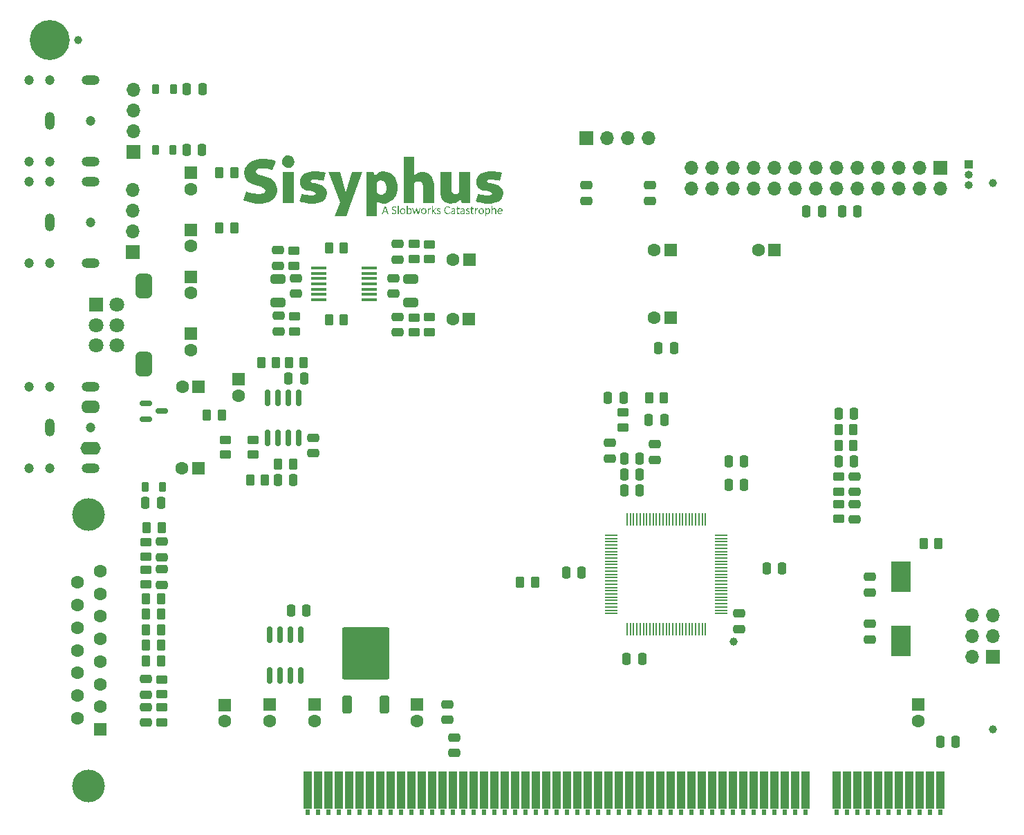
<source format=gbr>
%TF.GenerationSoftware,KiCad,Pcbnew,8.0.5-dirty*%
%TF.CreationDate,2024-11-21T15:48:24-08:00*%
%TF.ProjectId,sisyphus-pci,73697379-7068-4757-932d-7063692e6b69,rev?*%
%TF.SameCoordinates,Original*%
%TF.FileFunction,Soldermask,Top*%
%TF.FilePolarity,Negative*%
%FSLAX46Y46*%
G04 Gerber Fmt 4.6, Leading zero omitted, Abs format (unit mm)*
G04 Created by KiCad (PCBNEW 8.0.5-dirty) date 2024-11-21 15:48:24*
%MOMM*%
%LPD*%
G01*
G04 APERTURE LIST*
G04 Aperture macros list*
%AMRoundRect*
0 Rectangle with rounded corners*
0 $1 Rounding radius*
0 $2 $3 $4 $5 $6 $7 $8 $9 X,Y pos of 4 corners*
0 Add a 4 corners polygon primitive as box body*
4,1,4,$2,$3,$4,$5,$6,$7,$8,$9,$2,$3,0*
0 Add four circle primitives for the rounded corners*
1,1,$1+$1,$2,$3*
1,1,$1+$1,$4,$5*
1,1,$1+$1,$6,$7*
1,1,$1+$1,$8,$9*
0 Add four rect primitives between the rounded corners*
20,1,$1+$1,$2,$3,$4,$5,0*
20,1,$1+$1,$4,$5,$6,$7,0*
20,1,$1+$1,$6,$7,$8,$9,0*
20,1,$1+$1,$8,$9,$2,$3,0*%
G04 Aperture macros list end*
%ADD10C,2.450000*%
%ADD11C,0.300000*%
%ADD12C,0.100000*%
%ADD13C,1.200000*%
%ADD14O,2.200000X1.200000*%
%ADD15O,1.200000X2.200000*%
%ADD16R,1.800000X1.800000*%
%ADD17C,1.800000*%
%ADD18RoundRect,0.500000X0.500000X1.000000X-0.500000X1.000000X-0.500000X-1.000000X0.500000X-1.000000X0*%
%ADD19R,1.600000X1.600000*%
%ADD20C,1.600000*%
%ADD21RoundRect,0.250000X0.475000X-0.250000X0.475000X0.250000X-0.475000X0.250000X-0.475000X-0.250000X0*%
%ADD22RoundRect,0.250000X-0.475000X0.250000X-0.475000X-0.250000X0.475000X-0.250000X0.475000X0.250000X0*%
%ADD23R,1.950000X0.400000*%
%ADD24R,1.850000X0.400000*%
%ADD25RoundRect,0.250000X0.350000X-0.850000X0.350000X0.850000X-0.350000X0.850000X-0.350000X-0.850000X0*%
%ADD26RoundRect,0.249997X2.650003X-2.950003X2.650003X2.950003X-2.650003X2.950003X-2.650003X-2.950003X0*%
%ADD27RoundRect,0.250000X-0.650000X0.325000X-0.650000X-0.325000X0.650000X-0.325000X0.650000X0.325000X0*%
%ADD28RoundRect,0.250000X-0.250000X-0.475000X0.250000X-0.475000X0.250000X0.475000X-0.250000X0.475000X0*%
%ADD29C,1.000000*%
%ADD30R,1.700000X1.700000*%
%ADD31O,1.700000X1.700000*%
%ADD32RoundRect,0.250000X0.450000X-0.262500X0.450000X0.262500X-0.450000X0.262500X-0.450000X-0.262500X0*%
%ADD33RoundRect,0.150000X-0.587500X-0.150000X0.587500X-0.150000X0.587500X0.150000X-0.587500X0.150000X0*%
%ADD34RoundRect,0.218750X-0.218750X-0.381250X0.218750X-0.381250X0.218750X0.381250X-0.218750X0.381250X0*%
%ADD35RoundRect,0.250000X-0.450000X0.262500X-0.450000X-0.262500X0.450000X-0.262500X0.450000X0.262500X0*%
%ADD36RoundRect,0.250000X0.250000X0.475000X-0.250000X0.475000X-0.250000X-0.475000X0.250000X-0.475000X0*%
%ADD37RoundRect,0.150000X-0.150000X0.825000X-0.150000X-0.825000X0.150000X-0.825000X0.150000X0.825000X0*%
%ADD38RoundRect,0.250000X0.262500X0.450000X-0.262500X0.450000X-0.262500X-0.450000X0.262500X-0.450000X0*%
%ADD39R,1.000000X1.000000*%
%ADD40O,1.000000X1.000000*%
%ADD41RoundRect,0.250000X-0.262500X-0.450000X0.262500X-0.450000X0.262500X0.450000X-0.262500X0.450000X0*%
%ADD42R,2.400000X3.850000*%
%ADD43R,1.020000X4.570000*%
%ADD44R,0.510000X0.760000*%
%ADD45C,4.000000*%
%ADD46R,1.500000X0.200000*%
%ADD47R,0.200000X1.500000*%
%ADD48O,2.300000X1.600000*%
%ADD49O,2.500000X1.600000*%
G04 APERTURE END LIST*
D10*
X50725000Y-64500000D02*
G75*
G02*
X48275000Y-64500000I-1225000J0D01*
G01*
X48275000Y-64500000D02*
G75*
G02*
X50725000Y-64500000I1225000J0D01*
G01*
D11*
G36*
X75139933Y-84550973D02*
G01*
X75521751Y-84533355D01*
X75869511Y-84481435D01*
X76182448Y-84396614D01*
X76459800Y-84280293D01*
X76700801Y-84133875D01*
X76904690Y-83958760D01*
X77117488Y-83683055D01*
X77261139Y-83362147D01*
X77322410Y-83093799D01*
X77343004Y-82803293D01*
X77313329Y-82463588D01*
X77229466Y-82178110D01*
X77099155Y-81941073D01*
X76833534Y-81663698D01*
X76506950Y-81462789D01*
X76145532Y-81318825D01*
X75775404Y-81212290D01*
X75422694Y-81123663D01*
X75113528Y-81033428D01*
X74814201Y-80876874D01*
X74700662Y-80636493D01*
X74823499Y-80386074D01*
X75067412Y-80271037D01*
X75339613Y-80226878D01*
X75525471Y-80220059D01*
X75813491Y-80230826D01*
X76105512Y-80262227D01*
X76392423Y-80312912D01*
X76665112Y-80381532D01*
X76811043Y-80428276D01*
X77180460Y-79365697D01*
X76915291Y-79261616D01*
X76626657Y-79176838D01*
X76322260Y-79112533D01*
X76009806Y-79069870D01*
X75696997Y-79050017D01*
X75593981Y-79048670D01*
X75224576Y-79067092D01*
X74880407Y-79121237D01*
X74563896Y-79209425D01*
X74277467Y-79329976D01*
X74023545Y-79481209D01*
X73804554Y-79661445D01*
X73622918Y-79869002D01*
X73481061Y-80102202D01*
X73381406Y-80359363D01*
X73326379Y-80638806D01*
X73315683Y-80836650D01*
X73345162Y-81151448D01*
X73428471Y-81416853D01*
X73637545Y-81734138D01*
X73924481Y-81970606D01*
X74263325Y-82144447D01*
X74628122Y-82273851D01*
X74992920Y-82377009D01*
X75331764Y-82472112D01*
X75618700Y-82577348D01*
X75875676Y-82764869D01*
X75940561Y-82964494D01*
X75822560Y-83209881D01*
X75562521Y-83317854D01*
X75287063Y-83348417D01*
X75193667Y-83350031D01*
X74911287Y-83340007D01*
X74613818Y-83308944D01*
X74307423Y-83255353D01*
X73998266Y-83177748D01*
X73742971Y-83093659D01*
X73592411Y-83034347D01*
X73222993Y-84127822D01*
X73490294Y-84238071D01*
X73776473Y-84335492D01*
X74076796Y-84417687D01*
X74386527Y-84482258D01*
X74700931Y-84526807D01*
X75015274Y-84548936D01*
X75139933Y-84550973D01*
G37*
G36*
X78709176Y-80166325D02*
G01*
X78984438Y-80123852D01*
X79234558Y-79980149D01*
X79401433Y-79749423D01*
X79467282Y-79488033D01*
X79470847Y-79404654D01*
X79428374Y-79125176D01*
X79284671Y-78872421D01*
X79053945Y-78704516D01*
X78792555Y-78638490D01*
X78709176Y-78634923D01*
X78433212Y-78677481D01*
X78182652Y-78821929D01*
X78015606Y-79054818D01*
X77949727Y-79319857D01*
X77946161Y-79404654D01*
X77988649Y-79679916D01*
X78132476Y-79930036D01*
X78363562Y-80096911D01*
X78625561Y-80162760D01*
X78709176Y-80166325D01*
G37*
G36*
X78038852Y-84465000D02*
G01*
X79371441Y-84465000D01*
X79371441Y-80682166D01*
X78038852Y-80682166D01*
X78038852Y-84465000D01*
G37*
G36*
X81647051Y-84550973D02*
G01*
X81954345Y-84538698D01*
X82234940Y-84502217D01*
X82566206Y-84416820D01*
X82846814Y-84290540D01*
X83074937Y-84124605D01*
X83283502Y-83863293D01*
X83386859Y-83612625D01*
X83431795Y-83326292D01*
X83433688Y-83249281D01*
X83383812Y-82888460D01*
X83247485Y-82613728D01*
X83044657Y-82411430D01*
X82795278Y-82267911D01*
X82519299Y-82169517D01*
X82236669Y-82102594D01*
X81967340Y-82053487D01*
X81663406Y-81992125D01*
X81421785Y-81843155D01*
X81415997Y-81805195D01*
X81632322Y-81629420D01*
X81903465Y-81599213D01*
X81970795Y-81598321D01*
X82270215Y-81613571D01*
X82565337Y-81651776D01*
X82841137Y-81703399D01*
X83017254Y-81743401D01*
X83271144Y-80781573D01*
X82972378Y-80703870D01*
X82683744Y-80651711D01*
X82381202Y-80615920D01*
X82075719Y-80598015D01*
X81946615Y-80596193D01*
X81631820Y-80607929D01*
X81345889Y-80642903D01*
X81010342Y-80725074D01*
X80728011Y-80847096D01*
X80499983Y-81008136D01*
X80292966Y-81263032D01*
X80174616Y-81575959D01*
X80145202Y-81866988D01*
X80193949Y-82230874D01*
X80327190Y-82504250D01*
X80525427Y-82701947D01*
X80769160Y-82838795D01*
X81038892Y-82929623D01*
X81315124Y-82989262D01*
X81659842Y-83045895D01*
X81935231Y-83108597D01*
X82117219Y-83290924D01*
X81934637Y-83494633D01*
X81667189Y-83547471D01*
X81577198Y-83550188D01*
X81305298Y-83532788D01*
X81039157Y-83491275D01*
X80762048Y-83428320D01*
X80488651Y-83346877D01*
X80376256Y-83307044D01*
X80091468Y-84266186D01*
X80348299Y-84358313D01*
X80629002Y-84434218D01*
X80926565Y-84492413D01*
X81233975Y-84531411D01*
X81544219Y-84549723D01*
X81647051Y-84550973D01*
G37*
G36*
X84361933Y-86098496D02*
G01*
X85810048Y-86098496D01*
X86395743Y-84436789D01*
X87819678Y-80682166D01*
X86495150Y-80682166D01*
X85748255Y-83195547D01*
X85071214Y-80682166D01*
X83600261Y-80682166D01*
X85048377Y-84436789D01*
X84361933Y-86098496D01*
G37*
G36*
X90788109Y-80632875D02*
G01*
X91108122Y-80739279D01*
X91392810Y-80909943D01*
X91637103Y-81139404D01*
X91835932Y-81422200D01*
X91952169Y-81666012D01*
X92037844Y-81934447D01*
X92090816Y-82225201D01*
X92108949Y-82535969D01*
X92106776Y-82643866D01*
X92074917Y-82955783D01*
X92006974Y-83247936D01*
X91905424Y-83517615D01*
X91772744Y-83762110D01*
X91551695Y-84044246D01*
X91285580Y-84270371D01*
X90980270Y-84434062D01*
X90641639Y-84528897D01*
X90369330Y-84550973D01*
X90309088Y-84549904D01*
X90022332Y-84512719D01*
X89761649Y-84423192D01*
X89529745Y-84282306D01*
X89529745Y-86098496D01*
X88258949Y-86098496D01*
X88258949Y-81924752D01*
X89529745Y-81924752D01*
X89529745Y-83199577D01*
X89570250Y-83241892D01*
X89813521Y-83394591D01*
X90083199Y-83442721D01*
X90197822Y-83434546D01*
X90454895Y-83335586D01*
X90636312Y-83131373D01*
X90728039Y-82873277D01*
X90753524Y-82597763D01*
X90746527Y-82445701D01*
X90692129Y-82180441D01*
X90565289Y-81940704D01*
X90344919Y-81766007D01*
X90053646Y-81705788D01*
X90034193Y-81706016D01*
X89762478Y-81762376D01*
X89529745Y-81924752D01*
X88258949Y-81924752D01*
X88258949Y-80682166D01*
X89144207Y-80682166D01*
X89329588Y-81113377D01*
X89435391Y-80995890D01*
X89644241Y-80824693D01*
X89881945Y-80699379D01*
X90146984Y-80622397D01*
X90437840Y-80596193D01*
X90788109Y-80632875D01*
G37*
G36*
X92837037Y-84465000D02*
G01*
X94145446Y-84465000D01*
X94145446Y-82057742D01*
X94374089Y-81894991D01*
X94650672Y-81837617D01*
X94669347Y-81837435D01*
X94942813Y-81884804D01*
X95144749Y-82074421D01*
X95211782Y-82340973D01*
X95216085Y-82452683D01*
X95216085Y-84465000D01*
X96548674Y-84465000D01*
X96548674Y-82232376D01*
X96524824Y-81886530D01*
X96454598Y-81579850D01*
X96339979Y-81314479D01*
X96182950Y-81092555D01*
X95930048Y-80879512D01*
X95684850Y-80763176D01*
X95403689Y-80697246D01*
X95170411Y-80682166D01*
X94883315Y-80705696D01*
X94614606Y-80777711D01*
X94367558Y-80900353D01*
X94145446Y-81075764D01*
X94145446Y-78790750D01*
X92837037Y-78790750D01*
X92837037Y-84465000D01*
G37*
G36*
X98616067Y-84550973D02*
G01*
X98911035Y-84523790D01*
X99187116Y-84443817D01*
X99440852Y-84313416D01*
X99668783Y-84134948D01*
X99786113Y-84012295D01*
X99994330Y-84465000D01*
X100957501Y-84465000D01*
X100957501Y-80682166D01*
X99624912Y-80682166D01*
X99624912Y-83200921D01*
X99384859Y-83351915D01*
X99139968Y-83397048D01*
X98860869Y-83319680D01*
X98700415Y-83084803D01*
X98663284Y-82813351D01*
X98663084Y-82761650D01*
X98663084Y-80682166D01*
X97330495Y-80682166D01*
X97330495Y-83066587D01*
X97354494Y-83393020D01*
X97424256Y-83684459D01*
X97536427Y-83938273D01*
X97731171Y-84198627D01*
X97980392Y-84390952D01*
X98277540Y-84510112D01*
X98545366Y-84549311D01*
X98616067Y-84550973D01*
G37*
G36*
X103231769Y-84550973D02*
G01*
X103539062Y-84538698D01*
X103819658Y-84502217D01*
X104150924Y-84416820D01*
X104431531Y-84290540D01*
X104659654Y-84124605D01*
X104868220Y-83863293D01*
X104971576Y-83612625D01*
X105016513Y-83326292D01*
X105018405Y-83249281D01*
X104968529Y-82888460D01*
X104832202Y-82613728D01*
X104629374Y-82411430D01*
X104379995Y-82267911D01*
X104104016Y-82169517D01*
X103821387Y-82102594D01*
X103552057Y-82053487D01*
X103248123Y-81992125D01*
X103006503Y-81843155D01*
X103000715Y-81805195D01*
X103217039Y-81629420D01*
X103488182Y-81599213D01*
X103555512Y-81598321D01*
X103854933Y-81613571D01*
X104150054Y-81651776D01*
X104425854Y-81703399D01*
X104601971Y-81743401D01*
X104855861Y-80781573D01*
X104557095Y-80703870D01*
X104268461Y-80651711D01*
X103965919Y-80615920D01*
X103660436Y-80598015D01*
X103531332Y-80596193D01*
X103216537Y-80607929D01*
X102930607Y-80642903D01*
X102595059Y-80725074D01*
X102312729Y-80847096D01*
X102084701Y-81008136D01*
X101877684Y-81263032D01*
X101759334Y-81575959D01*
X101729919Y-81866988D01*
X101778666Y-82230874D01*
X101911907Y-82504250D01*
X102110144Y-82701947D01*
X102353878Y-82838795D01*
X102623610Y-82929623D01*
X102899841Y-82989262D01*
X103244559Y-83045895D01*
X103519948Y-83108597D01*
X103701936Y-83290924D01*
X103519355Y-83494633D01*
X103251907Y-83547471D01*
X103161915Y-83550188D01*
X102890016Y-83532788D01*
X102623874Y-83491275D01*
X102346765Y-83428320D01*
X102073369Y-83346877D01*
X101960973Y-83307044D01*
X101676186Y-84266186D01*
X101933016Y-84358313D01*
X102213719Y-84434218D01*
X102511283Y-84492413D01*
X102818693Y-84531411D01*
X103128936Y-84549723D01*
X103231769Y-84550973D01*
G37*
D12*
G36*
X90989608Y-85821500D02*
G01*
X90888052Y-85821500D01*
X90860098Y-85812780D01*
X90843941Y-85790725D01*
X90763158Y-85559915D01*
X90372321Y-85559915D01*
X90292050Y-85789956D01*
X90275894Y-85812011D01*
X90247427Y-85821500D01*
X90145871Y-85821500D01*
X90280696Y-85460411D01*
X90405403Y-85460411D01*
X90730075Y-85460411D01*
X90595949Y-85087782D01*
X90581332Y-85048544D01*
X90567739Y-84999818D01*
X90553121Y-85049057D01*
X90539529Y-85088551D01*
X90405403Y-85460411D01*
X90280696Y-85460411D01*
X90501318Y-84869539D01*
X90634674Y-84869539D01*
X90989608Y-85821500D01*
G37*
G36*
X91897715Y-85027515D02*
G01*
X91867966Y-85047775D01*
X91842321Y-85036747D01*
X91806417Y-85012128D01*
X91758843Y-84988896D01*
X91755126Y-84987508D01*
X91703482Y-84976929D01*
X91683319Y-84976224D01*
X91631448Y-84982053D01*
X91613819Y-84987508D01*
X91568968Y-85013482D01*
X91563811Y-85018282D01*
X91534696Y-85062303D01*
X91534062Y-85063931D01*
X91524148Y-85114503D01*
X91524060Y-85120095D01*
X91534302Y-85171691D01*
X91542268Y-85185491D01*
X91579892Y-85222255D01*
X91590738Y-85229345D01*
X91638110Y-85253135D01*
X91658955Y-85261145D01*
X91709661Y-85279316D01*
X91736661Y-85289099D01*
X91785748Y-85308553D01*
X91814624Y-85321669D01*
X91859183Y-85348136D01*
X91882841Y-85367574D01*
X91917142Y-85409112D01*
X91931054Y-85435278D01*
X91945985Y-85485966D01*
X91949519Y-85533244D01*
X91945641Y-85586202D01*
X91932880Y-85639457D01*
X91929259Y-85649675D01*
X91906392Y-85697305D01*
X91875298Y-85738738D01*
X91870531Y-85743794D01*
X91830522Y-85777581D01*
X91782625Y-85803930D01*
X91775642Y-85806882D01*
X91723456Y-85822484D01*
X91669547Y-85829149D01*
X91647415Y-85829706D01*
X91594135Y-85826701D01*
X91543611Y-85817685D01*
X91491216Y-85800825D01*
X91486618Y-85798931D01*
X91438975Y-85775052D01*
X91396544Y-85746082D01*
X91362493Y-85715327D01*
X91400705Y-85652496D01*
X91413272Y-85639929D01*
X91430967Y-85635057D01*
X91461485Y-85649931D01*
X91502237Y-85681638D01*
X91503800Y-85682757D01*
X91549487Y-85708685D01*
X91564580Y-85715327D01*
X91614869Y-85728110D01*
X91650236Y-85730202D01*
X91703229Y-85724383D01*
X91724351Y-85717892D01*
X91769137Y-85692152D01*
X91779489Y-85682757D01*
X91809299Y-85640159D01*
X91814111Y-85628645D01*
X91825411Y-85577050D01*
X91826164Y-85558120D01*
X91817437Y-85506383D01*
X91807699Y-85487595D01*
X91772049Y-85449953D01*
X91759486Y-85441433D01*
X91712114Y-85417569D01*
X91691269Y-85409889D01*
X91640453Y-85392618D01*
X91613306Y-85383218D01*
X91564440Y-85364405D01*
X91535601Y-85351674D01*
X91491041Y-85324826D01*
X91467384Y-85304486D01*
X91434385Y-85262632D01*
X91418914Y-85232422D01*
X91404706Y-85180710D01*
X91400723Y-85129211D01*
X91400705Y-85125224D01*
X91405989Y-85072541D01*
X91419426Y-85027258D01*
X91444095Y-84979489D01*
X91473795Y-84942628D01*
X91513610Y-84909417D01*
X91561759Y-84883644D01*
X91614243Y-84867629D01*
X91665291Y-84861681D01*
X91682036Y-84861332D01*
X91737010Y-84865083D01*
X91788449Y-84876335D01*
X91820779Y-84888003D01*
X91869244Y-84913695D01*
X91912123Y-84947428D01*
X91930028Y-84965709D01*
X91897715Y-85027515D01*
G37*
G36*
X92230594Y-84787473D02*
G01*
X92230594Y-85821500D01*
X92103648Y-85821500D01*
X92103648Y-84787473D01*
X92230594Y-84787473D01*
G37*
G36*
X92775778Y-85110559D02*
G01*
X92827542Y-85120777D01*
X92863524Y-85133174D01*
X92910860Y-85157358D01*
X92952016Y-85188653D01*
X92968927Y-85205495D01*
X93000841Y-85246885D01*
X93026151Y-85294794D01*
X93035606Y-85319104D01*
X93049983Y-85371349D01*
X93057333Y-85423168D01*
X93059200Y-85468361D01*
X93056412Y-85523547D01*
X93048048Y-85574854D01*
X93035606Y-85618131D01*
X93015290Y-85665362D01*
X92986932Y-85710263D01*
X92968927Y-85731740D01*
X92930623Y-85766359D01*
X92886140Y-85793952D01*
X92863524Y-85804317D01*
X92810768Y-85820755D01*
X92757561Y-85828491D01*
X92724526Y-85829706D01*
X92673183Y-85826706D01*
X92621113Y-85816590D01*
X92584758Y-85804317D01*
X92537214Y-85779967D01*
X92495849Y-85748591D01*
X92478842Y-85731740D01*
X92446721Y-85690350D01*
X92421202Y-85642441D01*
X92411651Y-85618131D01*
X92397430Y-85565814D01*
X92390159Y-85513802D01*
X92388334Y-85468874D01*
X92518849Y-85468874D01*
X92521254Y-85520752D01*
X92529894Y-85573550D01*
X92531415Y-85579662D01*
X92549691Y-85629485D01*
X92569627Y-85661728D01*
X92606693Y-85697411D01*
X92633741Y-85712763D01*
X92684428Y-85727323D01*
X92724526Y-85730202D01*
X92777883Y-85724684D01*
X92813772Y-85712763D01*
X92858513Y-85682916D01*
X92877630Y-85661728D01*
X92903473Y-85616589D01*
X92915841Y-85579662D01*
X92925458Y-85527730D01*
X92928652Y-85472755D01*
X92928664Y-85468874D01*
X92926210Y-85417171D01*
X92917394Y-85364454D01*
X92915841Y-85358342D01*
X92897566Y-85308519D01*
X92877630Y-85276276D01*
X92840664Y-85240493D01*
X92813772Y-85224985D01*
X92763875Y-85209996D01*
X92724526Y-85207033D01*
X92672975Y-85212100D01*
X92633741Y-85224985D01*
X92590664Y-85253315D01*
X92569627Y-85276276D01*
X92543784Y-85321415D01*
X92531415Y-85358342D01*
X92521991Y-85410210D01*
X92518861Y-85465008D01*
X92518849Y-85468874D01*
X92388334Y-85468874D01*
X92388313Y-85468361D01*
X92391071Y-85413467D01*
X92399344Y-85362331D01*
X92411651Y-85319104D01*
X92432159Y-85271872D01*
X92460725Y-85226972D01*
X92478842Y-85205495D01*
X92517355Y-85170918D01*
X92562047Y-85143453D01*
X92584758Y-85133174D01*
X92633745Y-85117547D01*
X92686843Y-85109132D01*
X92724526Y-85107529D01*
X92775778Y-85110559D01*
G37*
G36*
X93339505Y-85224985D02*
G01*
X93376709Y-85184744D01*
X93417891Y-85151952D01*
X93438240Y-85139329D01*
X93486165Y-85118740D01*
X93539508Y-85108647D01*
X93565955Y-85107529D01*
X93617230Y-85112094D01*
X93666938Y-85127117D01*
X93676230Y-85131379D01*
X93721815Y-85160166D01*
X93760091Y-85199340D01*
X93788942Y-85245160D01*
X93809363Y-85295551D01*
X93812921Y-85307307D01*
X93824876Y-85361568D01*
X93830502Y-85416614D01*
X93831386Y-85450922D01*
X93829332Y-85502769D01*
X93822329Y-85556272D01*
X93810356Y-85606077D01*
X93792216Y-85655425D01*
X93766785Y-85702617D01*
X93750602Y-85725329D01*
X93713303Y-85764592D01*
X93669623Y-85795313D01*
X93655970Y-85802522D01*
X93604850Y-85821105D01*
X93552634Y-85829042D01*
X93531333Y-85829706D01*
X93478798Y-85825304D01*
X93427437Y-85809286D01*
X93415416Y-85803035D01*
X93371626Y-85771106D01*
X93335348Y-85731624D01*
X93333094Y-85728663D01*
X93325913Y-85793802D01*
X93294882Y-85821500D01*
X93212560Y-85821500D01*
X93212560Y-85317309D01*
X93339505Y-85317309D01*
X93339505Y-85649675D01*
X93374255Y-85687630D01*
X93412338Y-85712250D01*
X93462254Y-85727239D01*
X93499533Y-85730202D01*
X93550739Y-85724724D01*
X93599165Y-85705791D01*
X93642136Y-85669344D01*
X93648790Y-85660959D01*
X93676243Y-85610910D01*
X93690885Y-85561350D01*
X93699020Y-85503327D01*
X93700850Y-85454256D01*
X93698641Y-85401820D01*
X93690707Y-85349768D01*
X93672675Y-85296514D01*
X93654688Y-85267044D01*
X93614585Y-85230475D01*
X93563518Y-85210784D01*
X93523383Y-85207033D01*
X93471665Y-85213345D01*
X93423331Y-85233989D01*
X93420545Y-85235756D01*
X93378101Y-85270506D01*
X93344119Y-85310799D01*
X93339505Y-85317309D01*
X93212560Y-85317309D01*
X93212560Y-84787473D01*
X93339505Y-84787473D01*
X93339505Y-85224985D01*
G37*
G36*
X93889088Y-85115735D02*
G01*
X93989362Y-85115735D01*
X94013725Y-85123685D01*
X94026804Y-85142407D01*
X94152980Y-85593767D01*
X94165290Y-85641981D01*
X94174009Y-85688399D01*
X94187089Y-85641981D01*
X94202220Y-85593255D01*
X94341988Y-85140355D01*
X94355067Y-85122660D01*
X94377378Y-85115735D01*
X94432260Y-85115735D01*
X94455597Y-85122660D01*
X94468420Y-85140355D01*
X94605367Y-85593255D01*
X94619728Y-85641468D01*
X94632038Y-85688399D01*
X94642295Y-85638101D01*
X94654350Y-85592998D01*
X94783603Y-85141894D01*
X94796426Y-85122916D01*
X94819507Y-85115735D01*
X94914651Y-85115735D01*
X94693331Y-85821500D01*
X94592288Y-85821500D01*
X94567155Y-85797906D01*
X94419180Y-85326285D01*
X94409435Y-85293715D01*
X94401998Y-85261145D01*
X94394817Y-85294228D01*
X94385328Y-85327054D01*
X94235302Y-85797906D01*
X94207092Y-85821500D01*
X94111178Y-85821500D01*
X93889088Y-85115735D01*
G37*
G36*
X95352638Y-85110559D02*
G01*
X95404401Y-85120777D01*
X95440384Y-85133174D01*
X95487720Y-85157358D01*
X95528876Y-85188653D01*
X95545787Y-85205495D01*
X95577700Y-85246885D01*
X95603011Y-85294794D01*
X95612466Y-85319104D01*
X95626843Y-85371349D01*
X95634193Y-85423168D01*
X95636059Y-85468361D01*
X95633271Y-85523547D01*
X95624908Y-85574854D01*
X95612466Y-85618131D01*
X95592149Y-85665362D01*
X95563792Y-85710263D01*
X95545787Y-85731740D01*
X95507483Y-85766359D01*
X95462999Y-85793952D01*
X95440384Y-85804317D01*
X95387628Y-85820755D01*
X95334421Y-85828491D01*
X95301386Y-85829706D01*
X95250043Y-85826706D01*
X95197972Y-85816590D01*
X95161618Y-85804317D01*
X95114074Y-85779967D01*
X95072709Y-85748591D01*
X95055702Y-85731740D01*
X95023580Y-85690350D01*
X94998061Y-85642441D01*
X94988511Y-85618131D01*
X94974289Y-85565814D01*
X94967019Y-85513802D01*
X94965194Y-85468874D01*
X95095709Y-85468874D01*
X95098114Y-85520752D01*
X95106753Y-85573550D01*
X95108275Y-85579662D01*
X95126550Y-85629485D01*
X95146487Y-85661728D01*
X95183553Y-85697411D01*
X95210601Y-85712763D01*
X95261287Y-85727323D01*
X95301386Y-85730202D01*
X95354742Y-85724684D01*
X95390632Y-85712763D01*
X95435373Y-85682916D01*
X95454489Y-85661728D01*
X95480332Y-85616589D01*
X95492701Y-85579662D01*
X95502318Y-85527730D01*
X95505511Y-85472755D01*
X95505524Y-85468874D01*
X95503069Y-85417171D01*
X95494254Y-85364454D01*
X95492701Y-85358342D01*
X95474426Y-85308519D01*
X95454489Y-85276276D01*
X95417524Y-85240493D01*
X95390632Y-85224985D01*
X95340735Y-85209996D01*
X95301386Y-85207033D01*
X95249835Y-85212100D01*
X95210601Y-85224985D01*
X95167524Y-85253315D01*
X95146487Y-85276276D01*
X95120644Y-85321415D01*
X95108275Y-85358342D01*
X95098850Y-85410210D01*
X95095721Y-85465008D01*
X95095709Y-85468874D01*
X94965194Y-85468874D01*
X94965173Y-85468361D01*
X94967931Y-85413467D01*
X94976204Y-85362331D01*
X94988511Y-85319104D01*
X95009019Y-85271872D01*
X95037585Y-85226972D01*
X95055702Y-85205495D01*
X95094214Y-85170918D01*
X95138906Y-85143453D01*
X95161618Y-85133174D01*
X95210605Y-85117547D01*
X95263703Y-85109132D01*
X95301386Y-85107529D01*
X95352638Y-85110559D01*
G37*
G36*
X95779931Y-85821500D02*
G01*
X95779931Y-85115735D01*
X95853020Y-85115735D01*
X95881230Y-85124455D01*
X95891232Y-85153691D01*
X95899695Y-85267813D01*
X95923844Y-85220410D01*
X95954198Y-85177199D01*
X95979709Y-85150613D01*
X96025178Y-85121161D01*
X96078108Y-85108202D01*
X96094601Y-85107529D01*
X96136403Y-85111889D01*
X96171794Y-85125994D01*
X96161536Y-85227293D01*
X96141532Y-85246784D01*
X96112809Y-85242937D01*
X96072289Y-85238834D01*
X96021183Y-85246295D01*
X96014843Y-85248579D01*
X95971219Y-85276125D01*
X95969964Y-85277302D01*
X95937964Y-85318650D01*
X95935086Y-85323720D01*
X95912696Y-85371292D01*
X95906876Y-85386295D01*
X95906876Y-85821500D01*
X95779931Y-85821500D01*
G37*
G36*
X96416708Y-84787473D02*
G01*
X96416708Y-85394758D01*
X96445688Y-85394758D01*
X96467486Y-85391168D01*
X96485182Y-85375524D01*
X96672650Y-85139842D01*
X96693680Y-85122147D01*
X96721120Y-85115735D01*
X96836525Y-85115735D01*
X96614948Y-85389116D01*
X96594688Y-85408863D01*
X96573146Y-85424764D01*
X96595201Y-85444254D01*
X96614948Y-85467848D01*
X96850887Y-85821500D01*
X96737021Y-85821500D01*
X96710349Y-85816114D01*
X96689320Y-85797136D01*
X96496722Y-85501187D01*
X96477745Y-85481697D01*
X96449278Y-85476824D01*
X96416708Y-85476824D01*
X96416708Y-85821500D01*
X96289763Y-85821500D01*
X96289763Y-84787473D01*
X96416708Y-84787473D01*
G37*
G36*
X97341742Y-85239090D02*
G01*
X97315583Y-85254734D01*
X97292246Y-85247297D01*
X97261984Y-85230884D01*
X97220182Y-85214727D01*
X97168906Y-85207101D01*
X97162736Y-85207033D01*
X97112214Y-85214983D01*
X97074003Y-85236269D01*
X97049383Y-85267813D01*
X97040920Y-85306281D01*
X97055281Y-85351161D01*
X97093493Y-85381679D01*
X97142198Y-85402560D01*
X97147862Y-85404504D01*
X97196573Y-85420845D01*
X97210437Y-85425533D01*
X97259342Y-85444310D01*
X97272755Y-85450409D01*
X97318023Y-85477562D01*
X97327124Y-85485031D01*
X97360616Y-85526042D01*
X97365335Y-85535039D01*
X97379040Y-85586202D01*
X97379953Y-85606334D01*
X97374679Y-85658221D01*
X97363284Y-85695324D01*
X97336436Y-85741986D01*
X97314557Y-85765849D01*
X97271156Y-85796745D01*
X97235313Y-85812780D01*
X97184599Y-85825475D01*
X97130649Y-85829690D01*
X97126832Y-85829706D01*
X97072021Y-85825389D01*
X97021358Y-85812437D01*
X96999374Y-85803548D01*
X96952671Y-85777616D01*
X96910041Y-85743077D01*
X96902434Y-85735331D01*
X96931926Y-85688656D01*
X96945775Y-85674551D01*
X96965779Y-85669422D01*
X96991680Y-85678911D01*
X97023224Y-85699940D01*
X97067591Y-85720713D01*
X97118316Y-85729868D01*
X97132474Y-85730202D01*
X97183497Y-85723329D01*
X97189664Y-85721226D01*
X97229927Y-85696862D01*
X97253777Y-85661215D01*
X97261728Y-85618131D01*
X97246853Y-85571199D01*
X97208128Y-85539399D01*
X97159467Y-85518431D01*
X97153760Y-85516575D01*
X97104980Y-85500477D01*
X97090929Y-85495802D01*
X97041622Y-85477006D01*
X97028097Y-85471182D01*
X96982907Y-85443599D01*
X96973729Y-85435791D01*
X96941145Y-85394521D01*
X96935260Y-85383218D01*
X96921563Y-85331722D01*
X96920386Y-85307820D01*
X96927234Y-85256742D01*
X96936286Y-85231397D01*
X96963340Y-85187465D01*
X96982448Y-85167539D01*
X97025885Y-85137426D01*
X97057333Y-85123685D01*
X97108636Y-85111079D01*
X97159915Y-85107529D01*
X97211226Y-85111338D01*
X97261940Y-85123960D01*
X97278910Y-85130610D01*
X97325425Y-85156065D01*
X97364953Y-85189634D01*
X97369695Y-85194724D01*
X97341742Y-85239090D01*
G37*
G36*
X98446806Y-85619413D02*
G01*
X98465527Y-85628132D01*
X98517588Y-85684040D01*
X98483202Y-85724286D01*
X98444157Y-85758472D01*
X98400455Y-85786597D01*
X98391155Y-85791494D01*
X98341447Y-85811645D01*
X98285929Y-85824333D01*
X98230994Y-85829370D01*
X98211637Y-85829706D01*
X98155663Y-85826250D01*
X98103144Y-85815882D01*
X98054082Y-85798601D01*
X98044685Y-85794315D01*
X97995923Y-85766651D01*
X97952253Y-85732319D01*
X97916970Y-85695324D01*
X97886306Y-85652958D01*
X97860350Y-85605685D01*
X97839102Y-85553502D01*
X97835417Y-85542476D01*
X97821657Y-85490835D01*
X97812400Y-85436313D01*
X97807646Y-85378911D01*
X97806951Y-85345775D01*
X97808842Y-85293202D01*
X97815492Y-85236816D01*
X97826928Y-85183351D01*
X97837213Y-85149331D01*
X97856286Y-85101242D01*
X97881951Y-85052425D01*
X97912325Y-85008467D01*
X97922356Y-84996227D01*
X97958760Y-84958961D01*
X97999372Y-84927305D01*
X98044192Y-84901259D01*
X98053661Y-84896723D01*
X98102978Y-84878060D01*
X98155401Y-84866309D01*
X98210930Y-84861470D01*
X98222408Y-84861332D01*
X98277611Y-84864563D01*
X98328456Y-84874255D01*
X98379353Y-84892379D01*
X98383718Y-84894415D01*
X98429438Y-84919771D01*
X98471037Y-84950703D01*
X98505278Y-84983661D01*
X98461937Y-85043672D01*
X98451166Y-85054443D01*
X98434496Y-85058546D01*
X98407568Y-85045723D01*
X98368844Y-85017513D01*
X98322716Y-84993954D01*
X98309859Y-84989047D01*
X98258909Y-84978027D01*
X98221895Y-84976224D01*
X98169603Y-84981034D01*
X98118043Y-84996865D01*
X98108285Y-85001356D01*
X98063115Y-85029877D01*
X98024256Y-85068315D01*
X98019552Y-85074190D01*
X97990205Y-85119728D01*
X97968668Y-85169223D01*
X97961850Y-85190107D01*
X97949348Y-85244023D01*
X97942956Y-85297944D01*
X97941333Y-85345263D01*
X97943437Y-85397981D01*
X97950611Y-85451864D01*
X97962876Y-85501444D01*
X97981268Y-85549962D01*
X98006240Y-85595686D01*
X98021860Y-85617361D01*
X98057350Y-85654429D01*
X98100931Y-85684775D01*
X98110337Y-85689682D01*
X98159632Y-85707721D01*
X98212308Y-85714716D01*
X98219587Y-85714814D01*
X98271391Y-85711840D01*
X98284214Y-85709942D01*
X98333756Y-85695817D01*
X98336787Y-85694554D01*
X98382179Y-85667883D01*
X98420549Y-85633544D01*
X98424494Y-85629415D01*
X98446806Y-85619413D01*
G37*
G36*
X98965778Y-85111699D02*
G01*
X99015547Y-85125339D01*
X99018444Y-85126506D01*
X99065589Y-85152968D01*
X99095637Y-85180618D01*
X99125841Y-85224526D01*
X99142825Y-85264736D01*
X99155135Y-85316155D01*
X99159222Y-85369252D01*
X99159238Y-85372960D01*
X99159238Y-85821500D01*
X99102818Y-85821500D01*
X99073839Y-85816114D01*
X99060246Y-85793289D01*
X99044603Y-85730458D01*
X99004019Y-85763108D01*
X98990747Y-85772773D01*
X98946130Y-85799054D01*
X98935353Y-85804061D01*
X98885800Y-85820665D01*
X98873547Y-85823295D01*
X98822546Y-85829199D01*
X98800714Y-85829706D01*
X98749067Y-85824957D01*
X98723777Y-85818678D01*
X98676907Y-85796363D01*
X98660946Y-85784314D01*
X98628067Y-85744937D01*
X98618374Y-85726355D01*
X98604805Y-85675166D01*
X98602987Y-85644033D01*
X98603300Y-85642237D01*
X98725060Y-85642237D01*
X98734036Y-85689682D01*
X98758142Y-85722508D01*
X98794046Y-85741486D01*
X98838926Y-85747640D01*
X98890650Y-85742732D01*
X98897397Y-85741229D01*
X98946185Y-85723753D01*
X98947663Y-85723021D01*
X98991466Y-85694869D01*
X98992799Y-85693785D01*
X99031169Y-85658807D01*
X99035114Y-85654804D01*
X99035114Y-85509650D01*
X98980077Y-85510893D01*
X98926810Y-85515082D01*
X98891499Y-85520165D01*
X98840991Y-85531600D01*
X98795328Y-85548375D01*
X98752472Y-85576623D01*
X98741473Y-85589408D01*
X98725124Y-85638605D01*
X98725060Y-85642237D01*
X98603300Y-85642237D01*
X98611803Y-85593403D01*
X98625555Y-85564275D01*
X98660240Y-85523676D01*
X98699671Y-85495802D01*
X98746424Y-85473076D01*
X98798596Y-85455405D01*
X98833027Y-85446562D01*
X98888135Y-85436555D01*
X98943985Y-85430717D01*
X98998602Y-85428048D01*
X99035114Y-85427585D01*
X99035114Y-85373216D01*
X99030962Y-85321146D01*
X99015351Y-85272189D01*
X98999979Y-85248836D01*
X98957087Y-85217484D01*
X98906408Y-85207197D01*
X98898167Y-85207033D01*
X98845337Y-85212003D01*
X98822513Y-85218574D01*
X98775389Y-85240340D01*
X98769683Y-85243706D01*
X98730958Y-85268839D01*
X98698388Y-85280379D01*
X98675820Y-85273968D01*
X98660690Y-85257555D01*
X98637609Y-85217292D01*
X98678869Y-85182687D01*
X98722250Y-85154689D01*
X98763528Y-85134969D01*
X98816205Y-85118248D01*
X98868168Y-85109699D01*
X98913298Y-85107529D01*
X98965778Y-85111699D01*
G37*
G36*
X99533662Y-85829706D02*
G01*
X99482019Y-85824130D01*
X99432395Y-85803163D01*
X99407999Y-85782518D01*
X99379606Y-85737491D01*
X99366244Y-85684056D01*
X99364146Y-85647623D01*
X99364146Y-85215240D01*
X99283362Y-85215240D01*
X99264897Y-85207546D01*
X99257460Y-85185235D01*
X99257460Y-85131123D01*
X99368505Y-85116248D01*
X99397998Y-84893902D01*
X99406974Y-84876206D01*
X99426208Y-84869539D01*
X99491091Y-84869539D01*
X99491091Y-85115735D01*
X99684971Y-85115735D01*
X99684971Y-85215240D01*
X99491091Y-85215240D01*
X99491091Y-85642494D01*
X99501292Y-85694273D01*
X99510838Y-85708403D01*
X99558487Y-85730116D01*
X99562385Y-85730202D01*
X99594442Y-85725072D01*
X99617267Y-85713532D01*
X99633423Y-85701735D01*
X99646246Y-85696606D01*
X99656504Y-85699683D01*
X99664198Y-85708916D01*
X99701640Y-85769439D01*
X99659109Y-85799027D01*
X99625217Y-85814062D01*
X99574538Y-85826712D01*
X99533662Y-85829706D01*
G37*
G36*
X100130084Y-85111699D02*
G01*
X100179852Y-85125339D01*
X100182750Y-85126506D01*
X100229895Y-85152968D01*
X100259943Y-85180618D01*
X100290146Y-85224526D01*
X100307131Y-85264736D01*
X100319440Y-85316155D01*
X100323528Y-85369252D01*
X100323544Y-85372960D01*
X100323544Y-85821500D01*
X100267124Y-85821500D01*
X100238144Y-85816114D01*
X100224552Y-85793289D01*
X100208908Y-85730458D01*
X100168324Y-85763108D01*
X100155053Y-85772773D01*
X100110436Y-85799054D01*
X100099658Y-85804061D01*
X100050106Y-85820665D01*
X100037853Y-85823295D01*
X99986852Y-85829199D01*
X99965020Y-85829706D01*
X99913373Y-85824957D01*
X99888083Y-85818678D01*
X99841212Y-85796363D01*
X99825252Y-85784314D01*
X99792372Y-85744937D01*
X99782680Y-85726355D01*
X99769111Y-85675166D01*
X99767293Y-85644033D01*
X99767606Y-85642237D01*
X99889365Y-85642237D01*
X99898341Y-85689682D01*
X99922448Y-85722508D01*
X99958352Y-85741486D01*
X100003231Y-85747640D01*
X100054955Y-85742732D01*
X100061703Y-85741229D01*
X100110491Y-85723753D01*
X100111968Y-85723021D01*
X100155772Y-85694869D01*
X100157104Y-85693785D01*
X100195474Y-85658807D01*
X100199419Y-85654804D01*
X100199419Y-85509650D01*
X100144382Y-85510893D01*
X100091116Y-85515082D01*
X100055805Y-85520165D01*
X100005296Y-85531600D01*
X99959634Y-85548375D01*
X99916778Y-85576623D01*
X99905779Y-85589408D01*
X99889429Y-85638605D01*
X99889365Y-85642237D01*
X99767606Y-85642237D01*
X99776108Y-85593403D01*
X99789861Y-85564275D01*
X99824545Y-85523676D01*
X99863976Y-85495802D01*
X99910729Y-85473076D01*
X99962902Y-85455405D01*
X99997333Y-85446562D01*
X100052441Y-85436555D01*
X100108290Y-85430717D01*
X100162907Y-85428048D01*
X100199419Y-85427585D01*
X100199419Y-85373216D01*
X100195268Y-85321146D01*
X100179656Y-85272189D01*
X100164285Y-85248836D01*
X100121393Y-85217484D01*
X100070714Y-85207197D01*
X100062473Y-85207033D01*
X100009643Y-85212003D01*
X99986818Y-85218574D01*
X99939695Y-85240340D01*
X99933989Y-85243706D01*
X99895264Y-85268839D01*
X99862694Y-85280379D01*
X99840126Y-85273968D01*
X99824995Y-85257555D01*
X99801914Y-85217292D01*
X99843174Y-85182687D01*
X99886555Y-85154689D01*
X99927834Y-85134969D01*
X99980511Y-85118248D01*
X100032474Y-85109699D01*
X100077603Y-85107529D01*
X100130084Y-85111699D01*
G37*
G36*
X100900311Y-85239090D02*
G01*
X100874153Y-85254734D01*
X100850815Y-85247297D01*
X100820553Y-85230884D01*
X100778751Y-85214727D01*
X100727475Y-85207101D01*
X100721305Y-85207033D01*
X100670784Y-85214983D01*
X100632572Y-85236269D01*
X100607952Y-85267813D01*
X100599489Y-85306281D01*
X100613851Y-85351161D01*
X100652063Y-85381679D01*
X100700767Y-85402560D01*
X100706431Y-85404504D01*
X100755142Y-85420845D01*
X100769006Y-85425533D01*
X100817912Y-85444310D01*
X100831325Y-85450409D01*
X100876593Y-85477562D01*
X100885693Y-85485031D01*
X100919185Y-85526042D01*
X100923905Y-85535039D01*
X100937609Y-85586202D01*
X100938523Y-85606334D01*
X100933248Y-85658221D01*
X100921853Y-85695324D01*
X100895006Y-85741986D01*
X100873127Y-85765849D01*
X100829725Y-85796745D01*
X100793882Y-85812780D01*
X100743168Y-85825475D01*
X100689219Y-85829690D01*
X100685402Y-85829706D01*
X100630591Y-85825389D01*
X100579928Y-85812437D01*
X100557944Y-85803548D01*
X100511241Y-85777616D01*
X100468610Y-85743077D01*
X100461004Y-85735331D01*
X100490496Y-85688656D01*
X100504344Y-85674551D01*
X100524348Y-85669422D01*
X100550250Y-85678911D01*
X100581794Y-85699940D01*
X100626161Y-85720713D01*
X100676886Y-85729868D01*
X100691044Y-85730202D01*
X100742066Y-85723329D01*
X100748233Y-85721226D01*
X100788497Y-85696862D01*
X100812347Y-85661215D01*
X100820297Y-85618131D01*
X100805423Y-85571199D01*
X100766698Y-85539399D01*
X100718037Y-85518431D01*
X100712329Y-85516575D01*
X100663549Y-85500477D01*
X100649498Y-85495802D01*
X100600192Y-85477006D01*
X100586666Y-85471182D01*
X100541476Y-85443599D01*
X100532298Y-85435791D01*
X100499714Y-85394521D01*
X100493830Y-85383218D01*
X100480132Y-85331722D01*
X100478955Y-85307820D01*
X100485803Y-85256742D01*
X100494856Y-85231397D01*
X100521910Y-85187465D01*
X100541018Y-85167539D01*
X100584455Y-85137426D01*
X100615902Y-85123685D01*
X100667206Y-85111079D01*
X100718484Y-85107529D01*
X100769795Y-85111338D01*
X100820509Y-85123960D01*
X100837479Y-85130610D01*
X100883995Y-85156065D01*
X100923522Y-85189634D01*
X100928265Y-85194724D01*
X100900311Y-85239090D01*
G37*
G36*
X101269350Y-85829706D02*
G01*
X101217707Y-85824130D01*
X101168082Y-85803163D01*
X101143687Y-85782518D01*
X101115293Y-85737491D01*
X101101931Y-85684056D01*
X101099833Y-85647623D01*
X101099833Y-85215240D01*
X101019050Y-85215240D01*
X101000585Y-85207546D01*
X100993148Y-85185235D01*
X100993148Y-85131123D01*
X101104193Y-85116248D01*
X101133685Y-84893902D01*
X101142661Y-84876206D01*
X101161895Y-84869539D01*
X101226778Y-84869539D01*
X101226778Y-85115735D01*
X101420658Y-85115735D01*
X101420658Y-85215240D01*
X101226778Y-85215240D01*
X101226778Y-85642494D01*
X101236980Y-85694273D01*
X101246525Y-85708403D01*
X101294175Y-85730116D01*
X101298073Y-85730202D01*
X101330130Y-85725072D01*
X101352954Y-85713532D01*
X101369111Y-85701735D01*
X101381933Y-85696606D01*
X101392192Y-85699683D01*
X101399885Y-85708916D01*
X101437328Y-85769439D01*
X101394797Y-85799027D01*
X101360904Y-85814062D01*
X101310225Y-85826712D01*
X101269350Y-85829706D01*
G37*
G36*
X101555297Y-85821500D02*
G01*
X101555297Y-85115735D01*
X101628387Y-85115735D01*
X101656597Y-85124455D01*
X101666598Y-85153691D01*
X101675061Y-85267813D01*
X101699211Y-85220410D01*
X101729565Y-85177199D01*
X101755075Y-85150613D01*
X101800544Y-85121161D01*
X101853474Y-85108202D01*
X101869967Y-85107529D01*
X101911769Y-85111889D01*
X101947160Y-85125994D01*
X101936902Y-85227293D01*
X101916899Y-85246784D01*
X101888176Y-85242937D01*
X101847656Y-85238834D01*
X101796549Y-85246295D01*
X101790210Y-85248579D01*
X101746585Y-85276125D01*
X101745330Y-85277302D01*
X101713330Y-85318650D01*
X101710452Y-85323720D01*
X101688063Y-85371292D01*
X101682242Y-85386295D01*
X101682242Y-85821500D01*
X101555297Y-85821500D01*
G37*
G36*
X102390788Y-85110559D02*
G01*
X102442552Y-85120777D01*
X102478535Y-85133174D01*
X102525871Y-85157358D01*
X102567027Y-85188653D01*
X102583938Y-85205495D01*
X102615851Y-85246885D01*
X102641161Y-85294794D01*
X102650616Y-85319104D01*
X102664994Y-85371349D01*
X102672344Y-85423168D01*
X102674210Y-85468361D01*
X102671422Y-85523547D01*
X102663058Y-85574854D01*
X102650616Y-85618131D01*
X102630300Y-85665362D01*
X102601942Y-85710263D01*
X102583938Y-85731740D01*
X102545634Y-85766359D01*
X102501150Y-85793952D01*
X102478535Y-85804317D01*
X102425778Y-85820755D01*
X102372572Y-85828491D01*
X102339536Y-85829706D01*
X102288194Y-85826706D01*
X102236123Y-85816590D01*
X102199768Y-85804317D01*
X102152224Y-85779967D01*
X102110860Y-85748591D01*
X102093852Y-85731740D01*
X102061731Y-85690350D01*
X102036212Y-85642441D01*
X102026661Y-85618131D01*
X102012440Y-85565814D01*
X102005170Y-85513802D01*
X102003345Y-85468874D01*
X102133859Y-85468874D01*
X102136265Y-85520752D01*
X102144904Y-85573550D01*
X102146426Y-85579662D01*
X102164701Y-85629485D01*
X102184638Y-85661728D01*
X102221703Y-85697411D01*
X102248751Y-85712763D01*
X102299438Y-85727323D01*
X102339536Y-85730202D01*
X102392893Y-85724684D01*
X102428783Y-85712763D01*
X102473524Y-85682916D01*
X102492640Y-85661728D01*
X102518483Y-85616589D01*
X102530852Y-85579662D01*
X102540469Y-85527730D01*
X102543662Y-85472755D01*
X102543675Y-85468874D01*
X102541220Y-85417171D01*
X102532405Y-85364454D01*
X102530852Y-85358342D01*
X102512576Y-85308519D01*
X102492640Y-85276276D01*
X102455674Y-85240493D01*
X102428783Y-85224985D01*
X102378886Y-85209996D01*
X102339536Y-85207033D01*
X102287986Y-85212100D01*
X102248751Y-85224985D01*
X102205675Y-85253315D01*
X102184638Y-85276276D01*
X102158794Y-85321415D01*
X102146426Y-85358342D01*
X102137001Y-85410210D01*
X102133872Y-85465008D01*
X102133859Y-85468874D01*
X102003345Y-85468874D01*
X102003324Y-85468361D01*
X102006082Y-85413467D01*
X102014354Y-85362331D01*
X102026661Y-85319104D01*
X102047170Y-85271872D01*
X102075736Y-85226972D01*
X102093852Y-85205495D01*
X102132365Y-85170918D01*
X102177057Y-85143453D01*
X102199768Y-85133174D01*
X102248755Y-85117547D01*
X102301853Y-85109132D01*
X102339536Y-85107529D01*
X102390788Y-85110559D01*
G37*
G36*
X103235170Y-85112657D02*
G01*
X103284304Y-85128040D01*
X103290471Y-85130866D01*
X103336056Y-85159461D01*
X103372154Y-85196284D01*
X103374332Y-85199083D01*
X103401583Y-85242701D01*
X103421436Y-85290587D01*
X103427675Y-85310898D01*
X103439083Y-85363671D01*
X103444915Y-85417243D01*
X103446396Y-85464771D01*
X103443911Y-85516629D01*
X103435532Y-85570436D01*
X103425367Y-85608898D01*
X103405399Y-85660320D01*
X103379252Y-85705816D01*
X103365100Y-85724816D01*
X103327527Y-85763651D01*
X103283475Y-85794435D01*
X103269699Y-85801752D01*
X103221653Y-85819851D01*
X103168783Y-85828723D01*
X103142753Y-85829706D01*
X103090188Y-85825583D01*
X103038769Y-85810772D01*
X103032991Y-85808164D01*
X102987656Y-85780153D01*
X102952464Y-85747384D01*
X102952464Y-86067696D01*
X102825519Y-86067696D01*
X102825519Y-85317309D01*
X102952464Y-85317309D01*
X102952464Y-85649675D01*
X102987278Y-85687630D01*
X103025553Y-85712250D01*
X103076226Y-85727239D01*
X103114543Y-85730202D01*
X103170638Y-85723440D01*
X103218067Y-85703154D01*
X103256831Y-85669344D01*
X103263544Y-85660959D01*
X103291133Y-85611761D01*
X103307226Y-85557634D01*
X103314583Y-85501687D01*
X103315860Y-85462975D01*
X103313871Y-85410974D01*
X103306632Y-85358967D01*
X103303807Y-85346545D01*
X103287046Y-85297327D01*
X103269186Y-85266787D01*
X103231445Y-85230688D01*
X103213791Y-85221395D01*
X103161967Y-85208169D01*
X103139163Y-85207033D01*
X103086724Y-85213345D01*
X103037621Y-85233989D01*
X103034786Y-85235756D01*
X102994345Y-85267981D01*
X102959550Y-85307615D01*
X102952464Y-85317309D01*
X102825519Y-85317309D01*
X102825519Y-85115735D01*
X102901173Y-85115735D01*
X102923484Y-85122403D01*
X102933486Y-85143689D01*
X102945796Y-85232679D01*
X102981259Y-85193622D01*
X103023747Y-85158228D01*
X103048378Y-85142150D01*
X103098097Y-85119734D01*
X103149025Y-85109185D01*
X103180965Y-85107529D01*
X103235170Y-85112657D01*
G37*
G36*
X103599243Y-85821500D02*
G01*
X103599243Y-84787473D01*
X103726188Y-84787473D01*
X103726188Y-85213958D01*
X103763594Y-85177669D01*
X103807380Y-85145973D01*
X103823898Y-85136508D01*
X103874212Y-85116698D01*
X103926646Y-85108236D01*
X103948279Y-85107529D01*
X104002455Y-85112337D01*
X104049578Y-85126763D01*
X104094370Y-85153144D01*
X104122924Y-85180618D01*
X104151478Y-85224400D01*
X104167291Y-85264736D01*
X104178447Y-85316540D01*
X104182151Y-85369764D01*
X104182165Y-85373473D01*
X104182165Y-85821500D01*
X104055220Y-85821500D01*
X104055220Y-85373216D01*
X104050243Y-85319228D01*
X104031857Y-85268549D01*
X104019829Y-85250887D01*
X103978423Y-85219410D01*
X103924933Y-85207419D01*
X103911605Y-85207033D01*
X103859481Y-85213701D01*
X103811332Y-85233705D01*
X103766965Y-85265377D01*
X103728632Y-85304153D01*
X103726188Y-85307051D01*
X103726188Y-85821500D01*
X103599243Y-85821500D01*
G37*
G36*
X104708215Y-85111407D02*
G01*
X104758340Y-85123040D01*
X104772012Y-85127789D01*
X104819530Y-85150952D01*
X104860624Y-85182456D01*
X104865618Y-85187286D01*
X104899052Y-85227719D01*
X104924823Y-85275929D01*
X104927680Y-85282944D01*
X104943107Y-85335727D01*
X104949697Y-85390453D01*
X104950248Y-85412967D01*
X104943580Y-85450922D01*
X104919986Y-85460411D01*
X104448109Y-85460411D01*
X104451814Y-85512959D01*
X104462190Y-85566439D01*
X104466061Y-85579406D01*
X104487319Y-85628436D01*
X104511967Y-85663523D01*
X104552819Y-85698686D01*
X104581466Y-85713532D01*
X104632838Y-85727450D01*
X104671738Y-85730202D01*
X104724632Y-85725994D01*
X104751752Y-85719430D01*
X104800576Y-85700404D01*
X104809967Y-85695580D01*
X104850487Y-85671473D01*
X104879467Y-85660702D01*
X104893059Y-85664036D01*
X104903317Y-85673269D01*
X104939477Y-85720713D01*
X104900953Y-85757290D01*
X104883570Y-85769439D01*
X104837189Y-85794255D01*
X104814583Y-85803291D01*
X104765235Y-85817812D01*
X104738416Y-85823038D01*
X104687359Y-85828918D01*
X104660967Y-85829706D01*
X104607388Y-85826280D01*
X104557055Y-85816002D01*
X104525302Y-85805343D01*
X104477670Y-85781696D01*
X104435625Y-85750346D01*
X104418104Y-85733279D01*
X104384856Y-85690882D01*
X104359876Y-85645285D01*
X104347835Y-85615823D01*
X104333526Y-85565174D01*
X104325157Y-85509495D01*
X104322703Y-85454512D01*
X104325876Y-85401066D01*
X104330142Y-85378345D01*
X104451700Y-85378345D01*
X104836126Y-85378345D01*
X104829201Y-85325403D01*
X104823816Y-85309359D01*
X104796949Y-85264025D01*
X104788682Y-85255247D01*
X104746200Y-85225845D01*
X104732005Y-85219856D01*
X104681932Y-85208286D01*
X104656607Y-85207033D01*
X104604780Y-85211516D01*
X104552175Y-85228731D01*
X104516326Y-85252939D01*
X104483075Y-85292092D01*
X104460644Y-85340694D01*
X104451700Y-85378345D01*
X104330142Y-85378345D01*
X104335397Y-85350360D01*
X104345271Y-85318078D01*
X104367117Y-85269154D01*
X104395566Y-85225732D01*
X104410923Y-85207546D01*
X104448977Y-85172801D01*
X104493125Y-85144827D01*
X104515557Y-85134200D01*
X104568314Y-85116931D01*
X104621520Y-85108805D01*
X104654556Y-85107529D01*
X104708215Y-85111407D01*
G37*
D13*
%TO.C,J9*%
X49500000Y-81876935D03*
X47000000Y-81876935D03*
X54500000Y-86876935D03*
X49500000Y-91876935D03*
X47000000Y-91876935D03*
D14*
X54500000Y-81876935D03*
D15*
X49500000Y-86876935D03*
D14*
X54500000Y-91876935D03*
%TD*%
D16*
%TO.C,RV1*%
X55182368Y-96928238D03*
D17*
X55182368Y-99428238D03*
X55182368Y-101928238D03*
X57682368Y-96928238D03*
X57682368Y-99428238D03*
X57682368Y-101928238D03*
D18*
X60982368Y-94678238D03*
X60982368Y-104178238D03*
%TD*%
D19*
%TO.C,C41*%
X66750000Y-93500000D03*
D20*
X66750000Y-95500000D03*
%TD*%
D21*
%TO.C,C25*%
X118100000Y-115775000D03*
X118100000Y-113875000D03*
%TD*%
D22*
%TO.C,C35*%
X91587500Y-93681250D03*
X91587500Y-95581250D03*
%TD*%
D23*
%TO.C,U2*%
X82412500Y-92431250D03*
X82412500Y-93081250D03*
X82412500Y-93731250D03*
X82412500Y-94381250D03*
X82412500Y-95031250D03*
X82412500Y-95681250D03*
X82412500Y-96331250D03*
D24*
X88612500Y-96331250D03*
X88612500Y-95681250D03*
X88612500Y-95031250D03*
X88612500Y-94381250D03*
X88612500Y-93731250D03*
X88612500Y-93081250D03*
X88612500Y-92431250D03*
%TD*%
D25*
%TO.C,U3*%
X85920000Y-145990000D03*
D26*
X88200000Y-139690000D03*
D25*
X90480000Y-145990000D03*
%TD*%
D27*
%TO.C,C36*%
X93737500Y-93756250D03*
X93737500Y-96706250D03*
%TD*%
D28*
%TO.C,C17*%
X132650000Y-119050000D03*
X134550000Y-119050000D03*
%TD*%
D19*
%TO.C,C61*%
X70900000Y-146000000D03*
D20*
X70900000Y-148000000D03*
%TD*%
D28*
%TO.C,C9*%
X146100000Y-116150000D03*
X148000000Y-116150000D03*
%TD*%
D29*
%TO.C,FID1*%
X165000000Y-82000000D03*
%TD*%
D30*
%TO.C,J3*%
X115250000Y-76500000D03*
D31*
X117790000Y-76500000D03*
X120330000Y-76500000D03*
X122870000Y-76500000D03*
%TD*%
D22*
%TO.C,C15*%
X149950000Y-136050000D03*
X149950000Y-137950000D03*
%TD*%
D19*
%TO.C,C56*%
X76400000Y-145944888D03*
D20*
X76400000Y-147944888D03*
%TD*%
D32*
%TO.C,R4*%
X61290000Y-127860000D03*
X61290000Y-126035000D03*
%TD*%
D21*
%TO.C,C5*%
X61300000Y-148150000D03*
X61300000Y-146250000D03*
%TD*%
D28*
%TO.C,C27*%
X124050000Y-102250000D03*
X125950000Y-102250000D03*
%TD*%
%TO.C,C20*%
X132650000Y-116150000D03*
X134550000Y-116150000D03*
%TD*%
D21*
%TO.C,C32*%
X77462500Y-92156250D03*
X77462500Y-90256250D03*
%TD*%
D33*
%TO.C,Q1*%
X61312500Y-109050000D03*
X61312500Y-110950000D03*
X63187500Y-110000000D03*
%TD*%
D34*
%TO.C,FB2*%
X62437500Y-78000000D03*
X64562500Y-78000000D03*
%TD*%
%TO.C,FB3*%
X62500000Y-70500000D03*
X64625000Y-70500000D03*
%TD*%
D35*
%TO.C,R12*%
X146100000Y-121387500D03*
X146100000Y-123212500D03*
%TD*%
D13*
%TO.C,J6*%
X49500000Y-69375000D03*
X47000000Y-69375000D03*
X54500000Y-74375000D03*
X49500000Y-79375000D03*
X47000000Y-79375000D03*
D14*
X54500000Y-69375000D03*
D15*
X49500000Y-74375000D03*
D14*
X54500000Y-79375000D03*
%TD*%
D36*
%TO.C,C48*%
X148420000Y-85500000D03*
X146520000Y-85500000D03*
%TD*%
D28*
%TO.C,C68*%
X66312500Y-70500000D03*
X68212500Y-70500000D03*
%TD*%
D21*
%TO.C,C50*%
X92087500Y-100331250D03*
X92087500Y-98431250D03*
%TD*%
D32*
%TO.C,R17*%
X119725000Y-111975000D03*
X119725000Y-110150000D03*
%TD*%
D28*
%TO.C,C34*%
X142150000Y-85500000D03*
X144050000Y-85500000D03*
%TD*%
%TO.C,C7*%
X120150000Y-140400000D03*
X122050000Y-140400000D03*
%TD*%
%TO.C,C67*%
X66250000Y-78000000D03*
X68150000Y-78000000D03*
%TD*%
D37*
%TO.C,U6*%
X80205000Y-137425000D03*
X78935000Y-137425000D03*
X77665000Y-137425000D03*
X76395000Y-137425000D03*
X76395000Y-142375000D03*
X77665000Y-142375000D03*
X78935000Y-142375000D03*
X80205000Y-142375000D03*
%TD*%
D22*
%TO.C,C3*%
X61300000Y-142850000D03*
X61300000Y-144750000D03*
%TD*%
D37*
%TO.C,U4*%
X80005000Y-108325000D03*
X78735000Y-108325000D03*
X77465000Y-108325000D03*
X76195000Y-108325000D03*
X76195000Y-113275000D03*
X77465000Y-113275000D03*
X78735000Y-113275000D03*
X80005000Y-113275000D03*
%TD*%
D21*
%TO.C,C19*%
X115250000Y-84199999D03*
X115250000Y-82300001D03*
%TD*%
D38*
%TO.C,R16*%
X158325000Y-126250000D03*
X156500000Y-126250000D03*
%TD*%
D28*
%TO.C,C55*%
X77450000Y-118400000D03*
X79350000Y-118400000D03*
%TD*%
D38*
%TO.C,R35*%
X72112500Y-87500000D03*
X70287500Y-87500000D03*
%TD*%
D19*
%TO.C,C65*%
X66750000Y-80750000D03*
D20*
X66750000Y-82750000D03*
%TD*%
D19*
%TO.C,C28*%
X125500000Y-98500000D03*
D20*
X123500000Y-98500000D03*
%TD*%
D27*
%TO.C,C37*%
X77487500Y-93756250D03*
X77487500Y-96706250D03*
%TD*%
D38*
%TO.C,R37*%
X72112500Y-80750000D03*
X70287500Y-80750000D03*
%TD*%
D39*
%TO.C,JP1*%
X162050000Y-79715000D03*
D40*
X162050000Y-80985000D03*
X162050000Y-82255000D03*
%TD*%
D19*
%TO.C,C47*%
X94475000Y-145950140D03*
D20*
X94475000Y-147950140D03*
%TD*%
D19*
%TO.C,C57*%
X72600000Y-106100000D03*
D20*
X72600000Y-108100000D03*
%TD*%
D32*
%TO.C,R15*%
X146100000Y-119837500D03*
X146100000Y-118012500D03*
%TD*%
D28*
%TO.C,C26*%
X122850000Y-111100000D03*
X124750000Y-111100000D03*
%TD*%
D38*
%TO.C,R19*%
X85500000Y-89967733D03*
X83675000Y-89967733D03*
%TD*%
%TO.C,R8*%
X63125000Y-138710000D03*
X61300000Y-138710000D03*
%TD*%
D41*
%TO.C,R27*%
X75375000Y-104050000D03*
X77200000Y-104050000D03*
%TD*%
D30*
%TO.C,J4*%
X158580000Y-80150000D03*
D31*
X158580000Y-82690000D03*
X156040000Y-80150000D03*
X156040000Y-82690000D03*
X153500000Y-80150000D03*
X153500000Y-82690000D03*
X150960000Y-80150000D03*
X150960000Y-82690000D03*
X148420000Y-80150000D03*
X148420000Y-82690000D03*
X145880000Y-80150000D03*
X145880000Y-82690000D03*
X143340000Y-80150000D03*
X143340000Y-82690000D03*
X140800000Y-80150000D03*
X140800000Y-82690000D03*
X138260000Y-80150000D03*
X138260000Y-82690000D03*
X135720000Y-80150000D03*
X135720000Y-82690000D03*
X133180000Y-80150000D03*
X133180000Y-82690000D03*
X130640000Y-80150000D03*
X130640000Y-82690000D03*
X128100000Y-80150000D03*
X128100000Y-82690000D03*
%TD*%
D35*
%TO.C,R2*%
X61290000Y-129400000D03*
X61290000Y-131225000D03*
%TD*%
D41*
%TO.C,R32*%
X77475000Y-116450000D03*
X79300000Y-116450000D03*
%TD*%
D38*
%TO.C,R20*%
X85500000Y-98831250D03*
X83675000Y-98831250D03*
%TD*%
D30*
%TO.C,J5*%
X59750000Y-78250000D03*
D31*
X59750000Y-75710000D03*
X59750000Y-73170000D03*
X59750000Y-70630000D03*
%TD*%
D28*
%TO.C,C22*%
X119850000Y-117750000D03*
X121750000Y-117750000D03*
%TD*%
D38*
%TO.C,R11*%
X63125000Y-136810000D03*
X61300000Y-136810000D03*
%TD*%
%TO.C,R6*%
X63125000Y-132980000D03*
X61300000Y-132980000D03*
%TD*%
D35*
%TO.C,R22*%
X79450000Y-98368750D03*
X79450000Y-100193750D03*
%TD*%
D42*
%TO.C,Y1*%
X153750000Y-130250000D03*
X153750000Y-138200000D03*
%TD*%
D28*
%TO.C,C40*%
X158550000Y-150500000D03*
X160450000Y-150500000D03*
%TD*%
%TO.C,C53*%
X78750000Y-106000000D03*
X80650000Y-106000000D03*
%TD*%
D32*
%TO.C,R29*%
X94087500Y-91343750D03*
X94087500Y-89518750D03*
%TD*%
D22*
%TO.C,C31*%
X79687500Y-93681250D03*
X79687500Y-95581250D03*
%TD*%
D41*
%TO.C,R18*%
X122887500Y-108400000D03*
X124712500Y-108400000D03*
%TD*%
D22*
%TO.C,C6*%
X148050000Y-121387500D03*
X148050000Y-123287500D03*
%TD*%
D19*
%TO.C,C45*%
X100837500Y-98681250D03*
D20*
X98837500Y-98681250D03*
%TD*%
D19*
%TO.C,C46*%
X155850000Y-145950140D03*
D20*
X155850000Y-147950140D03*
%TD*%
D22*
%TO.C,C52*%
X81800000Y-113250000D03*
X81800000Y-115150000D03*
%TD*%
D19*
%TO.C,C42*%
X66750000Y-100500000D03*
D20*
X66750000Y-102500000D03*
%TD*%
D29*
%TO.C,FID4*%
X165000000Y-149000000D03*
%TD*%
D43*
%TO.C,J1*%
X81120000Y-156475000D03*
D44*
X81120000Y-159135000D03*
D43*
X82390000Y-156475000D03*
D44*
X82390000Y-159135000D03*
D43*
X83650000Y-156475000D03*
D44*
X83650000Y-159135000D03*
D43*
X84930000Y-156475000D03*
D44*
X84930000Y-159135000D03*
D43*
X86200000Y-156475000D03*
D44*
X86200000Y-159135000D03*
D43*
X87470000Y-156475000D03*
D44*
X87470000Y-159135000D03*
D43*
X88740000Y-156475000D03*
D44*
X88740000Y-159135000D03*
D43*
X90010000Y-156475000D03*
D44*
X90010000Y-159135000D03*
D43*
X91280000Y-156475000D03*
D44*
X91280000Y-159135000D03*
D43*
X92550000Y-156475000D03*
D44*
X92550000Y-159135000D03*
D43*
X93820000Y-156475000D03*
D44*
X93820000Y-159135000D03*
D43*
X95080000Y-156475000D03*
D44*
X95080000Y-159135000D03*
D43*
X96360000Y-156475000D03*
D44*
X96360000Y-159135000D03*
D43*
X97630000Y-156475000D03*
D44*
X97630000Y-159135000D03*
D43*
X98900000Y-156475000D03*
D44*
X98900000Y-159135000D03*
D43*
X100170000Y-156475000D03*
D44*
X100170000Y-159135000D03*
D43*
X101440000Y-156475000D03*
D44*
X101440000Y-159135000D03*
D43*
X102710000Y-156475000D03*
D44*
X102710000Y-159135000D03*
D43*
X103970000Y-156475000D03*
D44*
X103970000Y-159135000D03*
D43*
X105250000Y-156475000D03*
D44*
X105250000Y-159135000D03*
D43*
X106510000Y-156475000D03*
D44*
X106510000Y-159135000D03*
D43*
X107790000Y-156475000D03*
D44*
X107790000Y-159135000D03*
D43*
X109060000Y-156475000D03*
D44*
X109060000Y-159135000D03*
D43*
X110330000Y-156475000D03*
D44*
X110330000Y-159135000D03*
D43*
X111600000Y-156475000D03*
D44*
X111600000Y-159135000D03*
D43*
X112870000Y-156475000D03*
D44*
X112870000Y-159135000D03*
D43*
X114140000Y-156475000D03*
D44*
X114140000Y-159135000D03*
D43*
X115410000Y-156475000D03*
D44*
X115410000Y-159135000D03*
D43*
X116680000Y-156475000D03*
D44*
X116680000Y-159135000D03*
D43*
X117950000Y-156475000D03*
D44*
X117950000Y-159135000D03*
D43*
X119220000Y-156475000D03*
D44*
X119220000Y-159135000D03*
D43*
X120490000Y-156475000D03*
D44*
X120490000Y-159135000D03*
D43*
X121760000Y-156475000D03*
D44*
X121760000Y-159135000D03*
D43*
X123030000Y-156475000D03*
D44*
X123030000Y-159135000D03*
D43*
X124300000Y-156475000D03*
D44*
X124300000Y-159135000D03*
D43*
X125570000Y-156475000D03*
D44*
X125570000Y-159135000D03*
D43*
X126840000Y-156475000D03*
D44*
X126840000Y-159135000D03*
D43*
X128110000Y-156475000D03*
D44*
X128110000Y-159135000D03*
D43*
X129380000Y-156475000D03*
D44*
X129380000Y-159135000D03*
D43*
X130650000Y-156475000D03*
D44*
X130650000Y-159135000D03*
D43*
X131920000Y-156475000D03*
D44*
X131920000Y-159135000D03*
D43*
X133190000Y-156475000D03*
D44*
X133190000Y-159135000D03*
D43*
X134460000Y-156475000D03*
D44*
X134460000Y-159135000D03*
D43*
X135730000Y-156475000D03*
D44*
X135730000Y-159135000D03*
D43*
X137000000Y-156475000D03*
D44*
X137000000Y-159135000D03*
D43*
X138270000Y-156475000D03*
D44*
X138270000Y-159135000D03*
D43*
X139540000Y-156475000D03*
D44*
X139540000Y-159135000D03*
D43*
X140810000Y-156475000D03*
D44*
X140810000Y-159135000D03*
D43*
X142080000Y-156475000D03*
D44*
X142080000Y-159135000D03*
D43*
X145890000Y-156475000D03*
D44*
X145890000Y-159135000D03*
D43*
X147160000Y-156475000D03*
D44*
X147160000Y-159135000D03*
D43*
X148430000Y-156475000D03*
D44*
X148430000Y-159135000D03*
D43*
X149700000Y-156475000D03*
D44*
X149700000Y-159135000D03*
D43*
X150970000Y-156475000D03*
D44*
X150970000Y-159135000D03*
D43*
X152240000Y-156475000D03*
D44*
X152240000Y-159135000D03*
D43*
X153510000Y-156475000D03*
D44*
X153510000Y-159135000D03*
D43*
X154780000Y-156475000D03*
D44*
X154780000Y-159135000D03*
D43*
X156050000Y-156475000D03*
D44*
X156050000Y-159135000D03*
D43*
X157320000Y-156475000D03*
D44*
X157320000Y-159135000D03*
D43*
X158580000Y-156475000D03*
D44*
X158580000Y-159135000D03*
%TD*%
D19*
%TO.C,C64*%
X66750000Y-87750000D03*
D20*
X66750000Y-89750000D03*
%TD*%
D32*
%TO.C,R5*%
X63240000Y-148112500D03*
X63240000Y-146287500D03*
%TD*%
D41*
%TO.C,R14*%
X146100000Y-114200000D03*
X147925000Y-114200000D03*
%TD*%
D21*
%TO.C,C10*%
X148050000Y-119887500D03*
X148050000Y-117987500D03*
%TD*%
D29*
%TO.C,FID3*%
X133250000Y-138250000D03*
%TD*%
D19*
%TO.C,C59*%
X67700000Y-117000000D03*
D20*
X65700000Y-117000000D03*
%TD*%
D22*
%TO.C,C49*%
X92137500Y-89506250D03*
X92137500Y-91406250D03*
%TD*%
D41*
%TO.C,R28*%
X74025000Y-118400000D03*
X75850000Y-118400000D03*
%TD*%
D19*
%TO.C,C39*%
X81927093Y-145950140D03*
D20*
X81927093Y-147950140D03*
%TD*%
D28*
%TO.C,C1*%
X61200000Y-121200000D03*
X63100000Y-121200000D03*
%TD*%
D36*
%TO.C,C23*%
X119750000Y-108400000D03*
X117850000Y-108400000D03*
%TD*%
D45*
%TO.C,J2*%
X54280000Y-122655000D03*
X54280000Y-155955000D03*
D19*
X55700000Y-149000000D03*
D20*
X55700000Y-146230000D03*
X55700000Y-143460000D03*
X55700000Y-140690000D03*
X55700000Y-137920000D03*
X55700000Y-135150000D03*
X55700000Y-132380000D03*
X55700000Y-129610000D03*
X52860000Y-147615000D03*
X52860000Y-144845000D03*
X52860000Y-142075000D03*
X52860000Y-139305000D03*
X52860000Y-136535000D03*
X52860000Y-133765000D03*
X52860000Y-130995000D03*
%TD*%
D36*
%TO.C,C18*%
X121750000Y-119725000D03*
X119850000Y-119725000D03*
%TD*%
D22*
%TO.C,C2*%
X63230000Y-129380000D03*
X63230000Y-131280000D03*
%TD*%
D28*
%TO.C,C8*%
X146087500Y-110300000D03*
X147987500Y-110300000D03*
%TD*%
D38*
%TO.C,R9*%
X63125000Y-140625000D03*
X61300000Y-140625000D03*
%TD*%
D19*
%TO.C,C58*%
X67750000Y-107000000D03*
D20*
X65750000Y-107000000D03*
%TD*%
D19*
%TO.C,C38*%
X138275000Y-90225000D03*
D20*
X136275000Y-90225000D03*
%TD*%
D34*
%TO.C,FB1*%
X61175000Y-119300000D03*
X63300000Y-119300000D03*
%TD*%
D21*
%TO.C,C4*%
X63240000Y-127880000D03*
X63240000Y-125980000D03*
%TD*%
D32*
%TO.C,R33*%
X74400000Y-115312500D03*
X74400000Y-113487500D03*
%TD*%
%TO.C,R21*%
X79400000Y-92162500D03*
X79400000Y-90337500D03*
%TD*%
D38*
%TO.C,R7*%
X63125000Y-134890000D03*
X61300000Y-134890000D03*
%TD*%
D41*
%TO.C,R31*%
X78775000Y-104050000D03*
X80600000Y-104050000D03*
%TD*%
D32*
%TO.C,R26*%
X96000000Y-100312500D03*
X96000000Y-98487500D03*
%TD*%
D21*
%TO.C,C16*%
X123600000Y-115950000D03*
X123600000Y-114050000D03*
%TD*%
D35*
%TO.C,R25*%
X95987500Y-89543750D03*
X95987500Y-91368750D03*
%TD*%
D19*
%TO.C,C44*%
X100887500Y-91431250D03*
D20*
X98887500Y-91431250D03*
%TD*%
D28*
%TO.C,C29*%
X79050000Y-134400000D03*
X80950000Y-134400000D03*
%TD*%
D22*
%TO.C,C51*%
X98225000Y-145950000D03*
X98225000Y-147850000D03*
%TD*%
D32*
%TO.C,R38*%
X71000000Y-115312500D03*
X71000000Y-113487500D03*
%TD*%
D36*
%TO.C,C24*%
X121750000Y-115775000D03*
X119850000Y-115775000D03*
%TD*%
D38*
%TO.C,R34*%
X70550000Y-110500000D03*
X68725000Y-110500000D03*
%TD*%
D41*
%TO.C,R1*%
X107087500Y-130950000D03*
X108912500Y-130950000D03*
%TD*%
D19*
%TO.C,C30*%
X125525000Y-90225000D03*
D20*
X123525000Y-90225000D03*
%TD*%
D35*
%TO.C,R30*%
X94087500Y-98506250D03*
X94087500Y-100331250D03*
%TD*%
D22*
%TO.C,C12*%
X133900000Y-134800000D03*
X133900000Y-136700000D03*
%TD*%
D21*
%TO.C,C43*%
X99000000Y-151900000D03*
X99000000Y-150000000D03*
%TD*%
%TO.C,C14*%
X149950000Y-132200000D03*
X149950000Y-130300000D03*
%TD*%
D46*
%TO.C,U1*%
X131700000Y-134800000D03*
X131700000Y-134400000D03*
X131700000Y-134000000D03*
X131700000Y-133600000D03*
X131700000Y-133200000D03*
X131700000Y-132800000D03*
X131700000Y-132400000D03*
X131700000Y-132000000D03*
X131700000Y-131600000D03*
X131700000Y-131200000D03*
X131700000Y-130800000D03*
X131700000Y-130400000D03*
X131700000Y-130000000D03*
X131700000Y-129600000D03*
X131700000Y-129200000D03*
X131700000Y-128800000D03*
X131700000Y-128400000D03*
X131700000Y-128000000D03*
X131700000Y-127600000D03*
X131700000Y-127200000D03*
X131700000Y-126800000D03*
X131700000Y-126400000D03*
X131700000Y-126000000D03*
X131700000Y-125600000D03*
X131700000Y-125200000D03*
D47*
X129800000Y-123300000D03*
X129400000Y-123300000D03*
X129000000Y-123300000D03*
X128600000Y-123300000D03*
X128200000Y-123300000D03*
X127800000Y-123300000D03*
X127400000Y-123300000D03*
X127000000Y-123300000D03*
X126600000Y-123300000D03*
X126200000Y-123300000D03*
X125800000Y-123300000D03*
X125400000Y-123300000D03*
X125000000Y-123300000D03*
X124600000Y-123300000D03*
X124200000Y-123300000D03*
X123800000Y-123300000D03*
X123400000Y-123300000D03*
X123000000Y-123300000D03*
X122600000Y-123300000D03*
X122200000Y-123300000D03*
X121800000Y-123300000D03*
X121400000Y-123300000D03*
X121000000Y-123300000D03*
X120600000Y-123300000D03*
X120200000Y-123300000D03*
D46*
X118300000Y-125200000D03*
X118300000Y-125600000D03*
X118300000Y-126000000D03*
X118300000Y-126400000D03*
X118300000Y-126800000D03*
X118300000Y-127200000D03*
X118300000Y-127600000D03*
X118300000Y-128000000D03*
X118300000Y-128400000D03*
X118300000Y-128800000D03*
X118300000Y-129200000D03*
X118300000Y-129600000D03*
X118300000Y-130000000D03*
X118300000Y-130400000D03*
X118300000Y-130800000D03*
X118300000Y-131200000D03*
X118300000Y-131600000D03*
X118300000Y-132000000D03*
X118300000Y-132400000D03*
X118300000Y-132800000D03*
X118300000Y-133200000D03*
X118300000Y-133600000D03*
X118300000Y-134000000D03*
X118300000Y-134400000D03*
X118300000Y-134800000D03*
D47*
X120200000Y-136700000D03*
X120600000Y-136700000D03*
X121000000Y-136700000D03*
X121400000Y-136700000D03*
X121800000Y-136700000D03*
X122200000Y-136700000D03*
X122600000Y-136700000D03*
X123000000Y-136700000D03*
X123400000Y-136700000D03*
X123800000Y-136700000D03*
X124200000Y-136700000D03*
X124600000Y-136700000D03*
X125000000Y-136700000D03*
X125400000Y-136700000D03*
X125800000Y-136700000D03*
X126200000Y-136700000D03*
X126600000Y-136700000D03*
X127000000Y-136700000D03*
X127400000Y-136700000D03*
X127800000Y-136700000D03*
X128200000Y-136700000D03*
X128600000Y-136700000D03*
X129000000Y-136700000D03*
X129400000Y-136700000D03*
X129800000Y-136700000D03*
%TD*%
D30*
%TO.C,J8*%
X165000000Y-140100000D03*
D31*
X162460000Y-140100000D03*
X165000000Y-137560000D03*
X162460000Y-137560000D03*
X165000000Y-135020000D03*
X162460000Y-135020000D03*
%TD*%
D29*
%TO.C,FID2*%
X53000000Y-64500000D03*
%TD*%
D30*
%TO.C,J10*%
X59700000Y-90500000D03*
D31*
X59700000Y-87960000D03*
X59700000Y-85420000D03*
X59700000Y-82880000D03*
%TD*%
D13*
%TO.C,J7*%
X49500000Y-107000000D03*
X47000000Y-107000000D03*
X54500000Y-112000000D03*
X49500000Y-117000000D03*
X47000000Y-117000000D03*
D14*
X54500000Y-107000000D03*
D48*
X54500000Y-109500000D03*
D15*
X49500000Y-112000000D03*
D14*
X54500000Y-117000000D03*
D49*
X54500000Y-114500000D03*
%TD*%
D41*
%TO.C,R13*%
X146087500Y-112250000D03*
X147912500Y-112250000D03*
%TD*%
D35*
%TO.C,R3*%
X63240000Y-142875000D03*
X63240000Y-144700000D03*
%TD*%
D22*
%TO.C,C33*%
X77500000Y-98300000D03*
X77500000Y-100200000D03*
%TD*%
D28*
%TO.C,C13*%
X137300000Y-129250000D03*
X139200000Y-129250000D03*
%TD*%
D21*
%TO.C,C21*%
X123000000Y-84199999D03*
X123000000Y-82300001D03*
%TD*%
D38*
%TO.C,R10*%
X63185000Y-124280000D03*
X61360000Y-124280000D03*
%TD*%
D36*
%TO.C,C11*%
X114650000Y-129770000D03*
X112750000Y-129770000D03*
%TD*%
M02*

</source>
